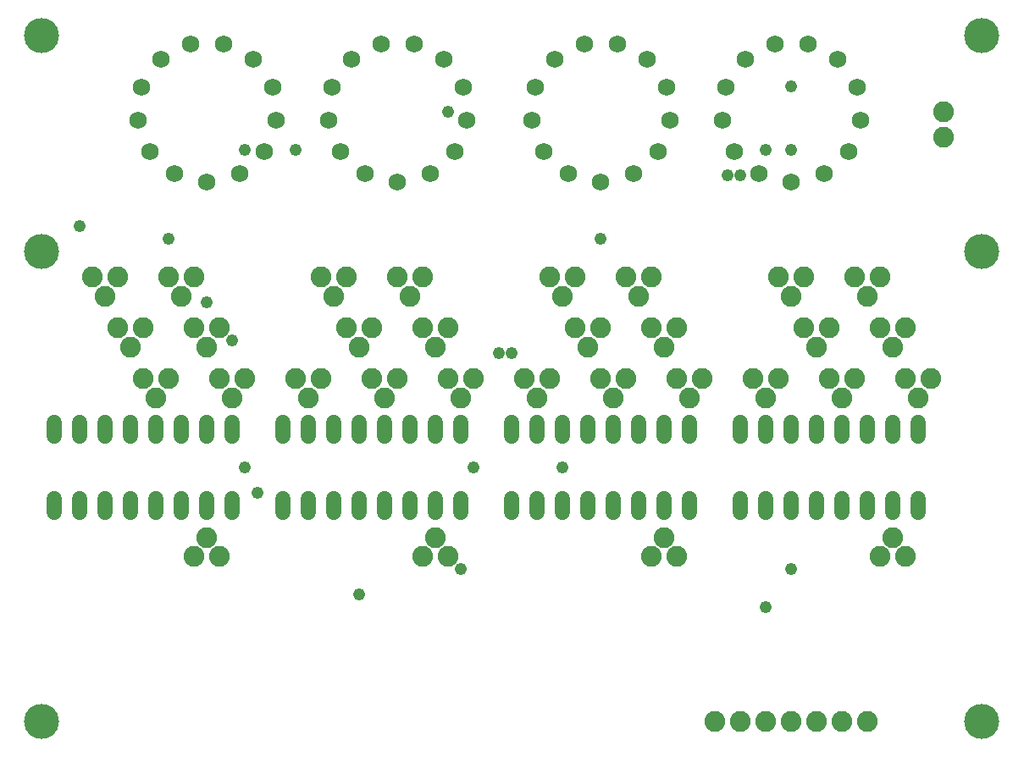
<source format=gbs>
G75*
%MOIN*%
%OFA0B0*%
%FSLAX24Y24*%
%IPPOS*%
%LPD*%
%AMOC8*
5,1,8,0,0,1.08239X$1,22.5*
%
%ADD10C,0.0600*%
%ADD11C,0.0680*%
%ADD12C,0.0820*%
%ADD13C,0.1380*%
%ADD14C,0.0480*%
D10*
X002180Y009920D02*
X002180Y010440D01*
X003180Y010440D02*
X003180Y009920D01*
X004180Y009920D02*
X004180Y010440D01*
X005180Y010440D02*
X005180Y009920D01*
X006180Y009920D02*
X006180Y010440D01*
X007180Y010440D02*
X007180Y009920D01*
X008180Y009920D02*
X008180Y010440D01*
X009180Y010440D02*
X009180Y009920D01*
X011180Y009920D02*
X011180Y010440D01*
X012180Y010440D02*
X012180Y009920D01*
X013180Y009920D02*
X013180Y010440D01*
X014180Y010440D02*
X014180Y009920D01*
X015180Y009920D02*
X015180Y010440D01*
X016180Y010440D02*
X016180Y009920D01*
X017180Y009920D02*
X017180Y010440D01*
X018180Y010440D02*
X018180Y009920D01*
X020180Y009920D02*
X020180Y010440D01*
X021180Y010440D02*
X021180Y009920D01*
X022180Y009920D02*
X022180Y010440D01*
X023180Y010440D02*
X023180Y009920D01*
X024180Y009920D02*
X024180Y010440D01*
X025180Y010440D02*
X025180Y009920D01*
X026180Y009920D02*
X026180Y010440D01*
X027180Y010440D02*
X027180Y009920D01*
X029180Y009920D02*
X029180Y010440D01*
X030180Y010440D02*
X030180Y009920D01*
X031180Y009920D02*
X031180Y010440D01*
X032180Y010440D02*
X032180Y009920D01*
X033180Y009920D02*
X033180Y010440D01*
X034180Y010440D02*
X034180Y009920D01*
X035180Y009920D02*
X035180Y010440D01*
X036180Y010440D02*
X036180Y009920D01*
X036180Y012920D02*
X036180Y013440D01*
X035180Y013440D02*
X035180Y012920D01*
X034180Y012920D02*
X034180Y013440D01*
X033180Y013440D02*
X033180Y012920D01*
X032180Y012920D02*
X032180Y013440D01*
X031180Y013440D02*
X031180Y012920D01*
X030180Y012920D02*
X030180Y013440D01*
X029180Y013440D02*
X029180Y012920D01*
X027180Y012920D02*
X027180Y013440D01*
X026180Y013440D02*
X026180Y012920D01*
X025180Y012920D02*
X025180Y013440D01*
X024180Y013440D02*
X024180Y012920D01*
X023180Y012920D02*
X023180Y013440D01*
X022180Y013440D02*
X022180Y012920D01*
X021180Y012920D02*
X021180Y013440D01*
X020180Y013440D02*
X020180Y012920D01*
X018180Y012920D02*
X018180Y013440D01*
X017180Y013440D02*
X017180Y012920D01*
X016180Y012920D02*
X016180Y013440D01*
X015180Y013440D02*
X015180Y012920D01*
X014180Y012920D02*
X014180Y013440D01*
X013180Y013440D02*
X013180Y012920D01*
X012180Y012920D02*
X012180Y013440D01*
X011180Y013440D02*
X011180Y012920D01*
X009180Y012920D02*
X009180Y013440D01*
X008180Y013440D02*
X008180Y012920D01*
X007180Y012920D02*
X007180Y013440D01*
X006180Y013440D02*
X006180Y012920D01*
X005180Y012920D02*
X005180Y013440D01*
X004180Y013440D02*
X004180Y012920D01*
X003180Y012920D02*
X003180Y013440D01*
X002180Y013440D02*
X002180Y012920D01*
D11*
X008180Y022930D03*
X006902Y023245D03*
X005917Y024118D03*
X005450Y025349D03*
X005609Y026655D03*
X006356Y027738D03*
X007522Y028350D03*
X008838Y028350D03*
X010004Y027738D03*
X010751Y026655D03*
X010910Y025349D03*
X010443Y024118D03*
X009458Y023245D03*
X012950Y025349D03*
X013109Y026655D03*
X013856Y027738D03*
X015022Y028350D03*
X016338Y028350D03*
X017504Y027738D03*
X018251Y026655D03*
X018410Y025349D03*
X017943Y024118D03*
X016958Y023245D03*
X015680Y022930D03*
X014402Y023245D03*
X013417Y024118D03*
X020950Y025349D03*
X021109Y026655D03*
X021856Y027738D03*
X023022Y028350D03*
X024338Y028350D03*
X025504Y027738D03*
X026251Y026655D03*
X026410Y025349D03*
X025943Y024118D03*
X024958Y023245D03*
X023680Y022930D03*
X022402Y023245D03*
X021417Y024118D03*
X028450Y025349D03*
X028609Y026655D03*
X029356Y027738D03*
X030522Y028350D03*
X031838Y028350D03*
X033004Y027738D03*
X033751Y026655D03*
X033910Y025349D03*
X033443Y024118D03*
X032458Y023245D03*
X031180Y022930D03*
X029902Y023245D03*
X028917Y024118D03*
D12*
X030680Y019180D03*
X031680Y019180D03*
X031180Y018430D03*
X031680Y017180D03*
X032180Y016430D03*
X032680Y017180D03*
X034180Y018430D03*
X033680Y019180D03*
X034680Y019180D03*
X034680Y017180D03*
X035180Y016430D03*
X035680Y017180D03*
X035680Y015180D03*
X036680Y015180D03*
X036180Y014430D03*
X033680Y015180D03*
X033180Y014430D03*
X032680Y015180D03*
X030680Y015180D03*
X030180Y014430D03*
X029680Y015180D03*
X027680Y015180D03*
X026680Y015180D03*
X027180Y014430D03*
X024680Y015180D03*
X024180Y014430D03*
X023680Y015180D03*
X023180Y016430D03*
X022680Y017180D03*
X023680Y017180D03*
X022180Y018430D03*
X021680Y019180D03*
X022680Y019180D03*
X024680Y019180D03*
X025680Y019180D03*
X025180Y018430D03*
X025680Y017180D03*
X026180Y016430D03*
X026680Y017180D03*
X021680Y015180D03*
X020680Y015180D03*
X021180Y014430D03*
X018680Y015180D03*
X018180Y014430D03*
X017680Y015180D03*
X017180Y016430D03*
X016680Y017180D03*
X017680Y017180D03*
X016180Y018430D03*
X015680Y019180D03*
X016680Y019180D03*
X014680Y017180D03*
X014180Y016430D03*
X013680Y017180D03*
X013180Y018430D03*
X012680Y019180D03*
X013680Y019180D03*
X008680Y017180D03*
X008180Y016430D03*
X007680Y017180D03*
X007180Y018430D03*
X006680Y019180D03*
X007680Y019180D03*
X005680Y017180D03*
X005180Y016430D03*
X004680Y017180D03*
X004180Y018430D03*
X003680Y019180D03*
X004680Y019180D03*
X005680Y015180D03*
X006680Y015180D03*
X006180Y014430D03*
X008680Y015180D03*
X009680Y015180D03*
X009180Y014430D03*
X011680Y015180D03*
X012180Y014430D03*
X012680Y015180D03*
X014680Y015180D03*
X015680Y015180D03*
X015180Y014430D03*
X017180Y008930D03*
X016680Y008180D03*
X017680Y008180D03*
X025680Y008180D03*
X026180Y008930D03*
X026680Y008180D03*
X034680Y008180D03*
X035180Y008930D03*
X035680Y008180D03*
X034180Y001680D03*
X033180Y001680D03*
X032180Y001680D03*
X031180Y001680D03*
X030180Y001680D03*
X029180Y001680D03*
X028180Y001680D03*
X008680Y008180D03*
X007680Y008180D03*
X008180Y008930D03*
X037180Y024680D03*
X037180Y025680D03*
D13*
X001680Y001680D03*
X001680Y020180D03*
X001680Y028680D03*
X038680Y028680D03*
X038680Y020180D03*
X038680Y001680D03*
D14*
X031180Y007680D03*
X030180Y006180D03*
X022180Y011680D03*
X018680Y011680D03*
X018180Y007680D03*
X014180Y006680D03*
X010180Y010680D03*
X009680Y011680D03*
X009180Y016680D03*
X008180Y018180D03*
X006680Y020680D03*
X003180Y021180D03*
X009680Y024180D03*
X011680Y024180D03*
X017680Y025680D03*
X023680Y020680D03*
X028680Y023180D03*
X029180Y023180D03*
X030180Y024180D03*
X031180Y024180D03*
X031180Y026680D03*
X020180Y016180D03*
X019680Y016180D03*
M02*

</source>
